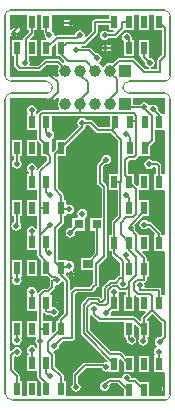
<source format=gtl>
G04 Layer_Physical_Order=1*
G04 Layer_Color=255*
%FSLAX43Y43*%
%MOMM*%
G71*
G01*
G75*
%ADD10R,0.550X1.050*%
%ADD11R,0.900X0.700*%
%ADD12R,0.800X0.800*%
%ADD13C,0.153*%
%ADD14C,0.160*%
%ADD15C,0.200*%
%ADD16C,0.100*%
%ADD17C,1.000*%
%ADD18R,1.000X1.000*%
%ADD19C,0.500*%
G36*
X8872Y23094D02*
X8539D01*
X8521Y23097D01*
X7960D01*
X7697Y23360D01*
X7695Y23364D01*
X7695Y23364D01*
X7394Y23665D01*
X7318Y23716D01*
X7228Y23734D01*
X7228Y23734D01*
X6853D01*
X6816Y23791D01*
X6682Y23880D01*
X6525Y23911D01*
X6368Y23880D01*
X6234Y23791D01*
X6145Y23657D01*
X6114Y23500D01*
X6145Y23343D01*
X6234Y23209D01*
X6238Y23169D01*
X5097Y22028D01*
X4322D01*
Y21253D01*
X4056Y20986D01*
X4055Y20986D01*
X3928Y21024D01*
Y22028D01*
X3928Y22028D01*
X3928D01*
X3959Y22147D01*
X4016Y22186D01*
X4105Y22319D01*
X4136Y22476D01*
X4105Y22633D01*
X4016Y22767D01*
X4002Y22776D01*
X3928Y22872D01*
Y24071D01*
X8872D01*
Y23094D01*
D02*
G37*
G36*
X13500Y24346D02*
X13478Y24228D01*
X13268D01*
X13266Y24240D01*
X13215Y24316D01*
X13215Y24316D01*
X12948Y24583D01*
X12961Y24650D01*
X12930Y24807D01*
X12841Y24941D01*
X12707Y25030D01*
X12550Y25061D01*
X12393Y25030D01*
X12284Y24957D01*
X12213Y24957D01*
X12136Y24985D01*
X12066Y25091D01*
X11932Y25180D01*
X11775Y25211D01*
X11618Y25180D01*
X11484Y25091D01*
X11447Y25034D01*
X10828D01*
Y25600D01*
X13500D01*
Y24346D01*
D02*
G37*
G36*
X4596Y25473D02*
X4525Y25379D01*
X4459Y25220D01*
X4436Y25050D01*
X4459Y24880D01*
X4525Y24721D01*
X4567Y24666D01*
X4504Y24539D01*
X3130D01*
X3130Y24539D01*
X3040Y24521D01*
X2965Y24470D01*
X2965Y24470D01*
X2806Y24311D01*
X2784Y24279D01*
X2684Y24231D01*
X2671Y24230D01*
X2604Y24355D01*
X2630Y24393D01*
X2661Y24550D01*
X2630Y24707D01*
X2541Y24841D01*
X2407Y24930D01*
X2250Y24961D01*
X2093Y24930D01*
X1959Y24841D01*
X1870Y24707D01*
X1839Y24550D01*
X1870Y24393D01*
X1896Y24355D01*
X1828Y24228D01*
X1822D01*
Y22872D01*
X2678Y22872D01*
X2734Y22768D01*
Y22132D01*
X2726Y22119D01*
X2623Y22028D01*
X1822D01*
Y20672D01*
X2678D01*
Y21916D01*
X2803Y21957D01*
X2818Y21947D01*
X3072Y21693D01*
Y20672D01*
X3472D01*
X3541Y20603D01*
Y20301D01*
X2818Y19578D01*
X2803Y19568D01*
X2752Y19491D01*
X2638Y19532D01*
X2661Y19647D01*
X2630Y19804D01*
X2541Y19937D01*
X2407Y20026D01*
X2250Y20058D01*
X2093Y20026D01*
X1960Y19937D01*
X1870Y19804D01*
X1839Y19647D01*
X1870Y19490D01*
X1960Y19356D01*
X2016Y19319D01*
Y19182D01*
X1822D01*
Y17826D01*
X2678Y17826D01*
X2734Y17722D01*
Y17086D01*
X2678Y16982D01*
X2606Y16982D01*
X1822D01*
Y15626D01*
X2678Y15626D01*
X2734Y15522D01*
Y14531D01*
X2606Y14493D01*
X2541Y14591D01*
X2407Y14680D01*
X2250Y14712D01*
X2093Y14680D01*
X1960Y14591D01*
X1870Y14458D01*
X1839Y14301D01*
X1864Y14175D01*
X1822Y14048D01*
X1822D01*
Y12691D01*
X2678Y12691D01*
X2734Y12587D01*
Y12269D01*
X2752Y12178D01*
X2803Y12101D01*
X2818Y12091D01*
X3072Y11837D01*
Y10491D01*
X3597D01*
X3811Y10278D01*
X3773Y10222D01*
X3755Y10132D01*
X3766Y10078D01*
Y9672D01*
X3553Y9459D01*
X3284D01*
X3195Y9441D01*
X3119Y9390D01*
X3119Y9390D01*
X2818Y9090D01*
X2803Y9080D01*
X2786Y9054D01*
X2711Y9049D01*
X2644Y9113D01*
X2661Y9200D01*
X2630Y9357D01*
X2541Y9491D01*
X2407Y9580D01*
X2250Y9611D01*
X2093Y9580D01*
X1959Y9491D01*
X1870Y9357D01*
X1839Y9200D01*
X1870Y9043D01*
X1882Y9025D01*
X1822Y8913D01*
X1822D01*
Y7557D01*
X2678Y7557D01*
X2734Y7453D01*
Y6817D01*
X2678Y6713D01*
X2606Y6713D01*
X1822D01*
Y5357D01*
X2572D01*
X2640Y5230D01*
X2591Y5157D01*
X2560Y5000D01*
X2591Y4843D01*
X2681Y4709D01*
X2734Y4674D01*
Y4489D01*
X2606Y4450D01*
X2541Y4549D01*
X2407Y4638D01*
X2250Y4669D01*
X2093Y4638D01*
X1960Y4549D01*
X1870Y4416D01*
X1839Y4258D01*
X1870Y4101D01*
X1960Y3968D01*
X1979Y3955D01*
X1940Y3828D01*
X1822D01*
Y2472D01*
X2678Y2472D01*
X2734Y2368D01*
Y2000D01*
X2752Y1909D01*
X2803Y1832D01*
X2818Y1822D01*
X3072Y1568D01*
Y400D01*
X2678D01*
Y1628D01*
X1822D01*
Y400D01*
X1428D01*
Y1628D01*
X1234D01*
Y2026D01*
X1216Y2115D01*
X1166Y2191D01*
X1166Y2191D01*
X730Y2627D01*
Y3643D01*
X837Y3717D01*
X848Y3720D01*
X1000Y3689D01*
X1157Y3721D01*
X1291Y3810D01*
X1380Y3943D01*
X1411Y4100D01*
X1380Y4257D01*
X1291Y4391D01*
X1157Y4480D01*
X1000Y4511D01*
X843Y4480D01*
X710Y4391D01*
X620Y4257D01*
X618Y4246D01*
X610Y4240D01*
X610Y4240D01*
X517Y4148D01*
X400Y4197D01*
Y25589D01*
X411Y25600D01*
X3528D01*
X3591Y25524D01*
Y25050D01*
X3609Y24960D01*
X3660Y24885D01*
X3735Y24834D01*
X3825Y24816D01*
X3915Y24834D01*
X3990Y24885D01*
X4041Y24960D01*
X4059Y25050D01*
Y25339D01*
X4087Y25358D01*
X4329Y25600D01*
X4541D01*
X4596Y25473D01*
D02*
G37*
G36*
X7362Y23036D02*
X7364Y23032D01*
X7702Y22694D01*
X7702Y22694D01*
X7778Y22644D01*
X7780Y22643D01*
X7784Y22640D01*
X7875Y22622D01*
X8521D01*
X8539Y22626D01*
X8942D01*
X9591Y21977D01*
Y19182D01*
X8822D01*
Y17826D01*
X9529D01*
Y15857D01*
X9521Y15812D01*
X9521Y15812D01*
Y15646D01*
X9085Y15210D01*
X9034Y15135D01*
X9016Y15045D01*
X9016Y15045D01*
Y14003D01*
X8822D01*
Y12647D01*
X9016D01*
Y12454D01*
X9016Y12454D01*
X9034Y12364D01*
X9085Y12288D01*
X9716Y11657D01*
Y10673D01*
X9700Y10550D01*
X9610Y10532D01*
X9535Y10481D01*
X9535Y10481D01*
X9248Y10195D01*
X8925D01*
X8925Y10195D01*
X8836Y10177D01*
X8760Y10126D01*
X8760Y10126D01*
X8274Y9641D01*
X8223Y9565D01*
X8206Y9475D01*
X8206Y9475D01*
Y8692D01*
X8112Y8605D01*
X8016Y8701D01*
X7940Y8752D01*
X7851Y8770D01*
X7851Y8770D01*
X7120D01*
X7120Y8770D01*
X7030Y8752D01*
X6954Y8701D01*
X6954Y8701D01*
X6485Y8232D01*
X6434Y8156D01*
X6416Y8066D01*
X6416Y8066D01*
Y5700D01*
X6416Y5700D01*
X6434Y5611D01*
X6485Y5535D01*
X8679Y3340D01*
X8617Y3223D01*
X8550Y3236D01*
X8393Y3205D01*
X8362Y3184D01*
X6750D01*
X6750Y3184D01*
X6660Y3166D01*
X6585Y3115D01*
X6585Y3115D01*
X5785Y2315D01*
X5734Y2240D01*
X5716Y2150D01*
X5716Y2150D01*
Y1420D01*
X5710Y1416D01*
X5621Y1282D01*
X5589Y1125D01*
X5621Y968D01*
X5710Y835D01*
X5843Y745D01*
X6000Y714D01*
X6158Y745D01*
X6291Y835D01*
X6380Y968D01*
X6411Y1125D01*
X6380Y1282D01*
X6291Y1416D01*
X6187Y1485D01*
X6184Y1489D01*
Y2053D01*
X6847Y2716D01*
X8161D01*
X8171Y2668D01*
X8260Y2535D01*
X8393Y2446D01*
X8550Y2414D01*
X8695Y2443D01*
X8822Y2422D01*
Y2422D01*
X9678D01*
Y3425D01*
X9795Y3474D01*
X10072Y3197D01*
Y2422D01*
X10928D01*
Y3778D01*
X10153D01*
X9854Y4077D01*
X9778Y4128D01*
X9689Y4145D01*
X9689Y4145D01*
X8968D01*
X7190Y5924D01*
Y7157D01*
X7211Y7172D01*
X7360Y7177D01*
X7825Y6712D01*
X7825Y6712D01*
X7901Y6661D01*
X7991Y6644D01*
X7991Y6644D01*
X8318D01*
X8352Y6637D01*
X8352Y6637D01*
X10072D01*
Y6260D01*
X10067Y6234D01*
X10072Y6208D01*
Y5357D01*
X10146D01*
X10242Y5230D01*
X10241Y5225D01*
X10259Y5135D01*
X10293Y5085D01*
X10321Y4943D01*
X10410Y4810D01*
X10543Y4721D01*
X10701Y4689D01*
X10858Y4721D01*
X10991Y4810D01*
X11080Y4943D01*
X11111Y5100D01*
X11080Y5257D01*
X10991Y5391D01*
X10928Y5433D01*
Y6360D01*
X11045Y6408D01*
X11322Y6132D01*
Y5357D01*
X11322Y5357D01*
X11322D01*
X11327Y5230D01*
X11295Y5182D01*
X11264Y5025D01*
X11295Y4868D01*
X11384Y4734D01*
X11518Y4645D01*
X11675Y4614D01*
X11832Y4645D01*
X11966Y4734D01*
X12055Y4868D01*
X12086Y5025D01*
X12055Y5182D01*
X12023Y5230D01*
X12091Y5357D01*
X12178D01*
Y6713D01*
X11984D01*
Y6857D01*
X12453Y7326D01*
X13155Y6624D01*
X13155Y6624D01*
X13231Y6573D01*
X13261Y6567D01*
X13270Y6558D01*
Y5476D01*
X13142Y5348D01*
X13075Y5361D01*
X12918Y5330D01*
X12784Y5241D01*
X12695Y5107D01*
X12664Y4950D01*
X12695Y4793D01*
X12784Y4659D01*
X12827Y4631D01*
X12832Y4588D01*
X12815Y4486D01*
X12709Y4416D01*
X12620Y4282D01*
X12589Y4125D01*
X12620Y3968D01*
X12662Y3905D01*
X12594Y3778D01*
X12572D01*
Y2422D01*
X13373D01*
X13428Y2422D01*
X13500Y2325D01*
Y400D01*
X12178D01*
Y1578D01*
X11403D01*
X11161Y1820D01*
X11085Y1871D01*
X10995Y1888D01*
X10995Y1888D01*
X10679D01*
X10655Y2007D01*
X10566Y2141D01*
X10433Y2230D01*
X10276Y2261D01*
X10118Y2230D01*
X9985Y2141D01*
X9896Y2007D01*
X9876Y1909D01*
X9860Y1893D01*
X9748Y1847D01*
X9744Y1847D01*
X9710Y1871D01*
X9620Y1888D01*
X9620Y1888D01*
X8880D01*
X8880Y1888D01*
X8790Y1871D01*
X8715Y1820D01*
X8715Y1820D01*
X8580Y1686D01*
X8574Y1676D01*
X8498Y1601D01*
X8432Y1614D01*
X8274Y1583D01*
X8141Y1494D01*
X8052Y1360D01*
X8021Y1203D01*
X8052Y1046D01*
X8141Y912D01*
X8274Y823D01*
X8432Y792D01*
X8589Y823D01*
X8722Y912D01*
X8811Y1046D01*
X8843Y1203D01*
X8829Y1270D01*
X8911Y1352D01*
X8911Y1352D01*
X8917Y1361D01*
X8977Y1421D01*
X9523D01*
X10072Y872D01*
Y400D01*
X5178D01*
Y1628D01*
X4984D01*
Y2026D01*
X4984Y2026D01*
X4966Y2115D01*
X4915Y2191D01*
X4915Y2191D01*
X4238Y2868D01*
Y3789D01*
X4238Y3789D01*
X4221Y3879D01*
X4207Y3899D01*
X4202Y3925D01*
X4151Y4001D01*
X4151Y4001D01*
X4078Y4074D01*
X4141Y4191D01*
X4150Y4189D01*
X4307Y4220D01*
X4441Y4309D01*
X4530Y4443D01*
X4561Y4600D01*
X4548Y4667D01*
X4927Y5046D01*
X5648D01*
X5648Y5046D01*
X5737Y5064D01*
X5749Y5072D01*
X5750Y5072D01*
X5827Y5123D01*
X5878Y5200D01*
X5896Y5291D01*
Y8985D01*
X6048Y9137D01*
X7275D01*
X7366Y9156D01*
X7443Y9207D01*
X7696Y9460D01*
X7723Y9478D01*
X7872Y9627D01*
X7923Y9704D01*
X7942Y9795D01*
Y11426D01*
X8572Y12057D01*
X8624Y12134D01*
X8642Y12225D01*
Y18046D01*
X8624Y18137D01*
X8572Y18214D01*
X8259Y18527D01*
Y19761D01*
X8478Y19980D01*
X8550Y19965D01*
X8708Y19996D01*
X8841Y20085D01*
X8930Y20219D01*
X8961Y20376D01*
X8930Y20533D01*
X8841Y20667D01*
X8708Y20756D01*
X8550Y20787D01*
X8393Y20756D01*
X8260Y20667D01*
X8171Y20533D01*
X8140Y20376D01*
X8152Y20315D01*
X7860Y20023D01*
X7809Y19947D01*
X7791Y19858D01*
X7791Y19858D01*
Y18443D01*
X7787Y18425D01*
X7806Y18334D01*
X7857Y18257D01*
X8167Y17947D01*
Y15453D01*
X7197D01*
Y14347D01*
X7570D01*
Y12456D01*
X7167Y12053D01*
X6397D01*
Y11047D01*
X7466D01*
Y9893D01*
X7406Y9832D01*
X7378Y9814D01*
X7177Y9613D01*
X5950D01*
X5859Y9594D01*
X5782Y9543D01*
X5613Y9374D01*
X5495Y9422D01*
Y10132D01*
X5477Y10223D01*
X5426Y10300D01*
X5411Y10311D01*
X5178Y10543D01*
Y10809D01*
X5286Y10886D01*
X5337Y10849D01*
X5317Y10750D01*
Y10725D01*
X5337Y10626D01*
X5393Y10543D01*
X5476Y10487D01*
X5575Y10467D01*
X5674Y10487D01*
X5757Y10543D01*
X5813Y10626D01*
X5833Y10725D01*
Y10750D01*
X5813Y10849D01*
X5757Y10932D01*
X5736Y10947D01*
X5720Y11073D01*
X5725Y11098D01*
X5807Y11221D01*
X5838Y11378D01*
X5807Y11535D01*
X5718Y11669D01*
X5585Y11758D01*
X5427Y11789D01*
X5305Y11765D01*
X5178Y11837D01*
Y11847D01*
X4455D01*
Y12057D01*
X4459Y12075D01*
Y13650D01*
X4455Y13668D01*
Y14307D01*
X4459Y14325D01*
Y14465D01*
X4476Y14482D01*
X4486Y14497D01*
X4915Y14926D01*
X4915Y14926D01*
X4966Y15002D01*
X4984Y15092D01*
X4984Y15092D01*
Y15626D01*
X5178D01*
Y15707D01*
X5305Y15779D01*
X5427Y15755D01*
X5585Y15786D01*
X5718Y15875D01*
X5807Y16008D01*
X5838Y16166D01*
X5807Y16323D01*
X5718Y16456D01*
X5585Y16545D01*
X5427Y16577D01*
X5305Y16552D01*
X5178Y16625D01*
Y16982D01*
X4984D01*
Y17321D01*
X4984Y17321D01*
X4966Y17411D01*
X4915Y17487D01*
X4915Y17487D01*
X4459Y17943D01*
Y20450D01*
X4455Y20468D01*
Y20672D01*
X5178D01*
Y21447D01*
X6690Y22960D01*
X6690Y22960D01*
X6741Y23035D01*
X6759Y23125D01*
X6759Y23125D01*
Y23172D01*
X6816Y23209D01*
X6853Y23266D01*
X7131D01*
X7362Y23036D01*
D02*
G37*
G36*
X10196Y9162D02*
X10266Y9105D01*
Y8913D01*
X10072D01*
Y7557D01*
X10928D01*
Y8829D01*
X11055Y8881D01*
X11108Y8828D01*
X11108Y8828D01*
X11184Y8778D01*
X11273Y8760D01*
X11322Y8651D01*
Y7557D01*
X11856D01*
X11904Y7439D01*
X11584Y7119D01*
X11534Y7044D01*
X11516Y6954D01*
X11516Y6954D01*
Y6746D01*
X11389Y6727D01*
X11079Y7036D01*
X11003Y7087D01*
X10914Y7105D01*
X10914Y7105D01*
X9012D01*
X8938Y7232D01*
X8961Y7350D01*
X8944Y7438D01*
X9063Y7557D01*
X9678D01*
Y8913D01*
X9678Y8913D01*
X9634Y9040D01*
X9651Y9124D01*
X9708Y9162D01*
X9708Y9162D01*
X10196D01*
X10196Y9162D01*
D02*
G37*
G36*
X5020Y10039D02*
Y8471D01*
X4979Y8443D01*
X4893Y8422D01*
X4816Y8500D01*
X4740Y8551D01*
X4650Y8569D01*
X4561Y8551D01*
X4485Y8500D01*
X4434Y8424D01*
X4416Y8335D01*
X4434Y8245D01*
X4485Y8169D01*
X4584Y8069D01*
X4660Y8019D01*
X4750Y8001D01*
X4839Y8019D01*
X4893Y8055D01*
X4974Y8030D01*
X5020Y7998D01*
Y7424D01*
X4582Y6985D01*
X4530Y6908D01*
X4512Y6817D01*
Y6713D01*
X4322D01*
Y5983D01*
X4045Y5706D01*
X3928Y5755D01*
Y6713D01*
X3209D01*
Y7369D01*
X3331Y7408D01*
X3336Y7408D01*
X3436Y7308D01*
X3436Y7308D01*
X3512Y7258D01*
X3601Y7240D01*
X3601Y7240D01*
X3780D01*
X3818Y7183D01*
X3951Y7094D01*
X4108Y7063D01*
X4265Y7094D01*
X4399Y7183D01*
X4488Y7317D01*
X4519Y7474D01*
X4488Y7631D01*
X4399Y7764D01*
X4265Y7853D01*
X4108Y7885D01*
X4055Y7874D01*
X3928Y7978D01*
Y8913D01*
X3825D01*
X3786Y9040D01*
X3815Y9060D01*
X4165Y9410D01*
X4165Y9410D01*
X4216Y9485D01*
X4234Y9575D01*
X4234Y9575D01*
Y9699D01*
X4332Y9779D01*
X4391Y9767D01*
X4548Y9799D01*
X4682Y9888D01*
X4771Y10021D01*
X4785Y10095D01*
X4923Y10136D01*
X5020Y10039D01*
D02*
G37*
G36*
X13478Y22872D02*
X13500Y22754D01*
Y19279D01*
X13428Y19182D01*
X13373Y19182D01*
X13234D01*
Y19802D01*
X13234Y19802D01*
X13216Y19891D01*
X13165Y19967D01*
X13165Y19967D01*
X12981Y20151D01*
X12905Y20202D01*
X12816Y20220D01*
X12816Y20220D01*
X12528D01*
X12491Y20276D01*
X12357Y20366D01*
X12200Y20397D01*
X12043Y20366D01*
X11909Y20276D01*
X11820Y20143D01*
X11789Y19986D01*
X11820Y19829D01*
X11909Y19695D01*
X12043Y19606D01*
X12200Y19575D01*
X12357Y19606D01*
X12491Y19695D01*
X12528Y19752D01*
X12719D01*
X12766Y19705D01*
Y19182D01*
X12572D01*
Y17826D01*
X13373D01*
X13428Y17826D01*
X13500Y17729D01*
Y14100D01*
X13431Y14007D01*
X13308Y14006D01*
X13234Y14100D01*
X13216Y14190D01*
X13165Y14265D01*
X13165Y14265D01*
X12390Y15040D01*
X12315Y15091D01*
X12225Y15109D01*
X12225Y15109D01*
X12092D01*
X12055Y15166D01*
X11921Y15255D01*
X11764Y15286D01*
X11607Y15255D01*
X11474Y15166D01*
X11385Y15032D01*
X11353Y14875D01*
X11385Y14718D01*
X11474Y14584D01*
X11607Y14495D01*
X11764Y14464D01*
X11921Y14495D01*
X12055Y14584D01*
X12198Y14571D01*
X12649Y14120D01*
X12600Y14003D01*
X12572D01*
Y12647D01*
X13373D01*
X13428Y12647D01*
X13500Y12550D01*
Y9010D01*
X13428Y8913D01*
X13234D01*
Y9300D01*
X13216Y9389D01*
X13165Y9465D01*
X13089Y9516D01*
X13000Y9534D01*
X11898D01*
X11798Y9661D01*
X11811Y9725D01*
X11784Y9860D01*
X11780Y9882D01*
X11851Y10004D01*
X11903Y10039D01*
X11916Y10051D01*
X11916Y10051D01*
X11966Y10127D01*
X11984Y10217D01*
X11984Y10217D01*
Y10447D01*
X12178D01*
Y11803D01*
X11984D01*
Y12066D01*
X11984Y12066D01*
X11966Y12156D01*
X11916Y12232D01*
X11916Y12232D01*
X11617Y12530D01*
X11666Y12647D01*
X12178D01*
Y14003D01*
X11340D01*
X11328Y14062D01*
X11277Y14138D01*
X11277Y14138D01*
X11002Y14413D01*
X11005Y14418D01*
X11036Y14575D01*
X11005Y14732D01*
X10929Y14845D01*
X11710Y15626D01*
X12178D01*
Y16982D01*
X11322D01*
X11316Y17107D01*
Y17701D01*
X11322Y17825D01*
X11443Y17826D01*
X12178D01*
Y19182D01*
X11322D01*
Y18193D01*
X11195Y18140D01*
X10928Y18407D01*
Y19182D01*
X10399D01*
X10372Y19208D01*
Y20203D01*
X10531Y20361D01*
X10920D01*
X10920Y20361D01*
X11009Y20379D01*
X11085Y20430D01*
X11220Y20564D01*
X11220Y20564D01*
X11260Y20625D01*
X11372Y20672D01*
X11372Y20672D01*
X11372Y20672D01*
X12228D01*
Y21447D01*
X12641Y21860D01*
X12641Y21860D01*
X12692Y21936D01*
X12710Y22026D01*
Y22872D01*
X13478D01*
D02*
G37*
G36*
X1822Y31322D02*
X2016D01*
Y31156D01*
X1580Y30720D01*
X1529Y30644D01*
X1515Y30569D01*
X1455Y30506D01*
X1422Y30478D01*
X572D01*
Y29122D01*
X763D01*
Y28650D01*
X766Y28632D01*
Y28375D01*
X766Y28375D01*
X784Y28285D01*
X835Y28210D01*
X1114Y27930D01*
X1114Y27930D01*
X1190Y27879D01*
X1280Y27861D01*
X1280Y27862D01*
X2870D01*
X2871Y27861D01*
X2960Y27879D01*
X3036Y27930D01*
X3522Y28416D01*
X3557D01*
X3575Y28412D01*
X4407D01*
X4553Y28266D01*
X4525Y28229D01*
X4459Y28070D01*
X4436Y27900D01*
X4459Y27730D01*
X4525Y27571D01*
X4558Y27527D01*
X4496Y27400D01*
X4312D01*
X4070Y27642D01*
X4059Y27649D01*
Y27900D01*
X4041Y27990D01*
X3990Y28065D01*
X3915Y28116D01*
X3825Y28134D01*
X3735Y28116D01*
X3660Y28065D01*
X3609Y27990D01*
X3591Y27900D01*
Y27476D01*
X3528Y27400D01*
X411D01*
X400Y27411D01*
Y30862D01*
X427Y30881D01*
X527Y30910D01*
X568Y30869D01*
X651Y30813D01*
X750Y30794D01*
X849Y30813D01*
X932Y30869D01*
X988Y30953D01*
X1008Y31052D01*
X996Y31113D01*
X1183Y31300D01*
X1183Y31300D01*
X1238Y31384D01*
X1258Y31482D01*
Y32000D01*
X1238Y32099D01*
X1183Y32182D01*
X1099Y32238D01*
X1000Y32258D01*
X901Y32238D01*
X818Y32182D01*
X762Y32099D01*
X742Y32000D01*
Y31589D01*
X527Y31374D01*
X427Y31403D01*
X400Y31422D01*
Y32600D01*
X1822D01*
Y31322D01*
D02*
G37*
G36*
X8822Y32238D02*
X7600D01*
X7509Y32219D01*
X7432Y32168D01*
X7381Y32091D01*
X7362Y32000D01*
Y31293D01*
X6846Y30777D01*
X6729Y30839D01*
X6741Y30900D01*
X6710Y31057D01*
X6621Y31191D01*
X6487Y31280D01*
X6330Y31311D01*
X6173Y31280D01*
X6039Y31191D01*
X5950Y31057D01*
X5919Y30900D01*
X5916Y30896D01*
X4363D01*
X4284Y30881D01*
X4261Y30885D01*
X4175Y30926D01*
X4151Y30950D01*
X4130Y31057D01*
X4041Y31191D01*
X3993Y31222D01*
X3928Y31322D01*
Y32600D01*
X8822D01*
Y32238D01*
D02*
G37*
G36*
X3072Y31322D02*
X3266D01*
Y31150D01*
X3266Y31150D01*
X3284Y31060D01*
X3335Y30985D01*
X3352Y30967D01*
X3339Y30900D01*
X3370Y30743D01*
X3459Y30609D01*
X3466Y30605D01*
X3428Y30478D01*
X3072D01*
Y29122D01*
X3928D01*
Y29897D01*
X4205Y30174D01*
X4322Y30125D01*
Y29122D01*
X4622D01*
X5007Y28737D01*
X4966Y28599D01*
X4896Y28585D01*
X4678Y28803D01*
X4668Y28818D01*
X4591Y28869D01*
X4500Y28888D01*
X3575D01*
X3557Y28884D01*
X3425D01*
X3425Y28884D01*
X3335Y28866D01*
X3260Y28815D01*
X3260Y28815D01*
X2774Y28330D01*
X2137D01*
X2062Y28456D01*
X2086Y28575D01*
X2055Y28732D01*
X1980Y28845D01*
Y29122D01*
X2678D01*
Y30478D01*
X2166D01*
X2117Y30595D01*
X2416Y30893D01*
X2416Y30893D01*
X2466Y30969D01*
X2484Y31059D01*
Y31322D01*
X2678D01*
Y32600D01*
X3072D01*
Y31322D01*
D02*
G37*
G36*
X12572D02*
X13270D01*
Y29277D01*
X12910Y28916D01*
X12859Y28840D01*
X12841Y28750D01*
X12841Y28750D01*
Y28063D01*
X12334D01*
X12321Y28190D01*
X12398Y28205D01*
X12531Y28294D01*
X12620Y28427D01*
X12651Y28584D01*
X12620Y28742D01*
X12531Y28875D01*
X12398Y28964D01*
X12261Y28991D01*
X12208Y29052D01*
X12174Y29111D01*
X12178Y29122D01*
X12178D01*
Y30478D01*
X11322D01*
Y29122D01*
X11406D01*
X11516Y29075D01*
X11534Y28986D01*
X11584Y28910D01*
X11843Y28651D01*
X11830Y28584D01*
X11861Y28427D01*
X11950Y28294D01*
X12083Y28205D01*
X12160Y28190D01*
X12148Y28063D01*
X11818D01*
X10990Y28890D01*
X10915Y28941D01*
X10825Y28959D01*
X10825Y28959D01*
X9675D01*
X9675Y28959D01*
X9586Y28941D01*
X9510Y28890D01*
X9510Y28890D01*
X9132Y28513D01*
X9075Y28536D01*
X8905Y28559D01*
X8735Y28536D01*
X8576Y28470D01*
X8439Y28366D01*
X8340Y28236D01*
X8272Y28227D01*
X8268D01*
X8200Y28236D01*
X8101Y28366D01*
X7964Y28470D01*
X7959Y28472D01*
X7949Y28521D01*
X7956Y28611D01*
X8066Y28684D01*
X8155Y28818D01*
X8186Y28975D01*
X8155Y29132D01*
X8066Y29266D01*
X7932Y29355D01*
X7775Y29386D01*
X7708Y29373D01*
X7290Y29790D01*
X7215Y29841D01*
X7125Y29859D01*
X7125Y29859D01*
X6457D01*
X6435Y29889D01*
X6499Y30016D01*
X6650D01*
X6650Y30016D01*
X6739Y30034D01*
X6815Y30084D01*
X7753Y31022D01*
X7768Y31032D01*
X7819Y31109D01*
X7838Y31200D01*
Y31762D01*
X8822D01*
Y31322D01*
X9133D01*
X9194Y31195D01*
X9149Y31138D01*
X8751D01*
X8716Y31191D01*
X8582Y31280D01*
X8425Y31311D01*
X8268Y31280D01*
X8134Y31191D01*
X8045Y31057D01*
X8014Y30900D01*
X8045Y30743D01*
X8134Y30609D01*
X8268Y30520D01*
X8425Y30489D01*
X8582Y30520D01*
X8716Y30609D01*
X8751Y30662D01*
X9280D01*
X9370Y30681D01*
X9448Y30732D01*
X9972Y31257D01*
X10072Y31322D01*
X10928D01*
Y32600D01*
X11322D01*
Y31322D01*
X12178D01*
Y32600D01*
X12572D01*
Y31322D01*
D02*
G37*
%LPC*%
G36*
X1428Y11847D02*
X572D01*
Y10491D01*
X591D01*
X659Y10364D01*
X620Y10307D01*
X589Y10150D01*
X620Y9993D01*
X709Y9859D01*
X843Y9770D01*
X1000Y9739D01*
X1157Y9770D01*
X1291Y9859D01*
X1380Y9993D01*
X1411Y10150D01*
X1380Y10307D01*
X1341Y10364D01*
X1409Y10491D01*
X1428D01*
Y11847D01*
D02*
G37*
G36*
Y6713D02*
X572D01*
Y5357D01*
X572D01*
X607Y5292D01*
X595Y5230D01*
X564Y5075D01*
X595Y4918D01*
X684Y4784D01*
X818Y4695D01*
X975Y4664D01*
X1132Y4695D01*
X1266Y4784D01*
X1355Y4918D01*
X1386Y5075D01*
X1355Y5230D01*
X1351Y5253D01*
X1423Y5357D01*
X1428D01*
Y6713D01*
D02*
G37*
G36*
Y22028D02*
X572D01*
Y20672D01*
X766D01*
Y20361D01*
X689Y20309D01*
X600Y20176D01*
X568Y20018D01*
X600Y19861D01*
X689Y19728D01*
X822Y19639D01*
X979Y19608D01*
X1137Y19639D01*
X1270Y19728D01*
X1359Y19861D01*
X1390Y20018D01*
X1359Y20176D01*
X1270Y20309D01*
X1234Y20333D01*
Y20672D01*
X1428D01*
Y22028D01*
D02*
G37*
G36*
X2678Y11847D02*
X1822D01*
Y10491D01*
X2678D01*
Y11847D01*
D02*
G37*
G36*
X1428Y16982D02*
X572D01*
Y15626D01*
X766D01*
Y15137D01*
X659Y15066D01*
X570Y14932D01*
X539Y14775D01*
X570Y14618D01*
X659Y14484D01*
X793Y14395D01*
X950Y14364D01*
X1107Y14395D01*
X1241Y14484D01*
X1330Y14618D01*
X1361Y14775D01*
X1330Y14932D01*
X1241Y15066D01*
X1234Y15070D01*
Y15626D01*
X1428D01*
Y16982D01*
D02*
G37*
G36*
X13086Y1244D02*
X12988Y1225D01*
X12904Y1169D01*
X12817Y1082D01*
X12762Y999D01*
X12742Y900D01*
X12762Y801D01*
X12817Y718D01*
X12901Y662D01*
X13000Y642D01*
X13099Y662D01*
X13182Y718D01*
X13269Y804D01*
X13325Y888D01*
X13344Y986D01*
X13325Y1085D01*
X13269Y1169D01*
X13185Y1225D01*
X13086Y1244D01*
D02*
G37*
G36*
X12178Y3778D02*
X11322D01*
Y2422D01*
X12178D01*
Y3778D01*
D02*
G37*
G36*
X6525Y16187D02*
X6368Y16156D01*
X6234Y16067D01*
X6145Y15933D01*
X6114Y15776D01*
X6145Y15619D01*
X6171Y15580D01*
X6103Y15453D01*
X5697D01*
Y14678D01*
X5592Y14573D01*
X5525Y14586D01*
X5368Y14555D01*
X5234Y14466D01*
X5145Y14332D01*
X5114Y14175D01*
X5145Y14018D01*
X5234Y13884D01*
X5368Y13795D01*
X5525Y13764D01*
X5682Y13795D01*
X5815Y13884D01*
X5905Y14018D01*
X5936Y14175D01*
X5923Y14242D01*
X6028Y14347D01*
X6803D01*
Y15453D01*
X6862Y15555D01*
X6905Y15619D01*
X6936Y15776D01*
X6905Y15933D01*
X6816Y16067D01*
X6682Y16156D01*
X6525Y16187D01*
D02*
G37*
G36*
X4750Y32258D02*
X4651Y32238D01*
X4568Y32182D01*
X4512Y32099D01*
X4492Y32000D01*
X4512Y31901D01*
X4568Y31818D01*
X4618Y31768D01*
X4618Y31768D01*
X4701Y31712D01*
X4800Y31692D01*
X4800Y31692D01*
X5550D01*
X5649Y31712D01*
X5732Y31768D01*
X5788Y31851D01*
X5808Y31950D01*
X5788Y32049D01*
X5732Y32132D01*
X5649Y32188D01*
X5550Y32208D01*
X4894D01*
X4849Y32238D01*
X4750Y32258D01*
D02*
G37*
G36*
X8425Y30058D02*
X8326Y30038D01*
X8243Y29982D01*
X8187Y29899D01*
X8167Y29800D01*
X8187Y29701D01*
X8243Y29618D01*
X8243Y29617D01*
X8326Y29562D01*
X8425Y29542D01*
X8425Y29542D01*
X9250D01*
X9349Y29562D01*
X9432Y29617D01*
X9488Y29701D01*
X9508Y29800D01*
X9488Y29899D01*
X9432Y29982D01*
X9349Y30038D01*
X9250Y30058D01*
X8426D01*
X8425Y30058D01*
D02*
G37*
G36*
X10276Y31162D02*
X10118Y31131D01*
X9985Y31042D01*
X9896Y30909D01*
X9865Y30751D01*
X9896Y30594D01*
X9985Y30461D01*
X10072Y30403D01*
Y29122D01*
X10928D01*
Y30478D01*
X10734D01*
Y30625D01*
X10734Y30625D01*
X10716Y30715D01*
X10684Y30762D01*
X10655Y30909D01*
X10566Y31042D01*
X10433Y31131D01*
X10276Y31162D01*
D02*
G37*
%LPD*%
D10*
X13000Y6035D02*
D03*
X11750D02*
D03*
X9250D02*
D03*
X10500D02*
D03*
X9250Y8235D02*
D03*
X13000D02*
D03*
X11750D02*
D03*
X10500D02*
D03*
X13000Y900D02*
D03*
X11750D02*
D03*
X9250D02*
D03*
X10500D02*
D03*
X9250Y3100D02*
D03*
X13000D02*
D03*
X11750D02*
D03*
X10500D02*
D03*
X3500Y16304D02*
D03*
X2250D02*
D03*
X1000D02*
D03*
X4750D02*
D03*
X3500Y18504D02*
D03*
X4750D02*
D03*
X2250D02*
D03*
X1000D02*
D03*
X3500Y11169D02*
D03*
X2250D02*
D03*
X1000D02*
D03*
X4750D02*
D03*
X3500Y13370D02*
D03*
X4750D02*
D03*
X2250D02*
D03*
X1000D02*
D03*
X3500Y21350D02*
D03*
X2250D02*
D03*
X1000D02*
D03*
X4750D02*
D03*
X3500Y23550D02*
D03*
X4750D02*
D03*
X2250D02*
D03*
X1000D02*
D03*
X3500Y29800D02*
D03*
X2250D02*
D03*
X1000D02*
D03*
X4750D02*
D03*
X3500Y32000D02*
D03*
X4750D02*
D03*
X2250D02*
D03*
X1000D02*
D03*
X13000Y16304D02*
D03*
X11750D02*
D03*
X9250D02*
D03*
X10500D02*
D03*
X9250Y18504D02*
D03*
X13000D02*
D03*
X11750D02*
D03*
X10500D02*
D03*
X1000Y3150D02*
D03*
X2250D02*
D03*
X4750D02*
D03*
X3500D02*
D03*
X4750Y950D02*
D03*
X1000D02*
D03*
X2250D02*
D03*
X3500D02*
D03*
X1000Y8235D02*
D03*
X2250D02*
D03*
X4750D02*
D03*
X3500D02*
D03*
X4750Y6035D02*
D03*
X1000D02*
D03*
X2250D02*
D03*
X3500D02*
D03*
X13000Y29800D02*
D03*
X11750D02*
D03*
X9250D02*
D03*
X10500D02*
D03*
X9250Y32000D02*
D03*
X13000D02*
D03*
X11750D02*
D03*
X10500D02*
D03*
X13000Y11125D02*
D03*
X11750D02*
D03*
X9250D02*
D03*
X10500D02*
D03*
X9250Y13325D02*
D03*
X13000D02*
D03*
X11750D02*
D03*
X10500D02*
D03*
X13050Y21350D02*
D03*
X11800D02*
D03*
X9300D02*
D03*
X10550D02*
D03*
X9300Y23550D02*
D03*
X13050D02*
D03*
X11800D02*
D03*
X10550D02*
D03*
D11*
X7000Y11550D02*
D03*
Y10250D02*
D03*
D12*
X6250Y14900D02*
D03*
X7750D02*
D03*
D13*
X6365Y27476D02*
X6404D01*
X6365Y27516D02*
Y27900D01*
Y27476D02*
Y27516D01*
X6404Y27476D02*
X6977Y26904D01*
X6365Y27516D02*
X6404Y27476D01*
X6977Y26096D02*
Y26904D01*
X3904Y27476D02*
X4477Y26904D01*
X3825Y27476D02*
X3904D01*
X4477Y26079D02*
Y26904D01*
X3921Y25524D02*
X4477Y26079D01*
X3825Y25524D02*
X3921D01*
X3775Y20204D02*
Y20700D01*
X2971Y19400D02*
X3775Y20204D01*
X4221Y20821D02*
X4750Y21350D01*
X4221Y20450D02*
Y20821D01*
X3500Y20975D02*
X3775Y20700D01*
X3500Y20975D02*
Y21350D01*
X3825Y27476D02*
Y27900D01*
X4650Y8335D02*
X4750Y8235D01*
X4035Y10178D02*
X4391D01*
X3989Y10132D02*
X4035Y10178D01*
X3989Y10132D02*
X4000Y10122D01*
Y9575D02*
Y10122D01*
X4391Y10178D02*
Y10266D01*
X4750Y10640D02*
X5258Y10132D01*
X4750Y10640D02*
Y11169D01*
X4237Y10419D02*
X4391Y10266D01*
X4000Y10419D02*
X4237D01*
X8525Y7350D02*
X9250Y8075D01*
X3601Y7474D02*
X4108D01*
X3500Y7575D02*
X3601Y7474D01*
X3500Y7575D02*
Y8235D01*
X10500Y16304D02*
Y17150D01*
X10301Y16503D02*
X10500Y16304D01*
X3500Y2300D02*
Y3150D01*
X10550Y21350D02*
Y22275D01*
X7125Y29625D02*
X7775Y28975D01*
X6025Y29625D02*
X7125D01*
X6650Y30250D02*
X7600Y31200D01*
X5200Y30250D02*
X6650D01*
X4750Y29800D02*
X5200Y30250D01*
X5350Y28725D02*
X6810D01*
X4750Y29325D02*
X5350Y28725D01*
X6810D02*
X7635Y27900D01*
X4750Y29325D02*
Y29800D01*
X8905Y27955D02*
X9675Y28725D01*
X10825D02*
X11725Y27825D01*
X9675Y28725D02*
X10825D01*
X8905Y27900D02*
Y27955D01*
X2971Y23650D02*
Y24146D01*
X3130Y24305D01*
X8905Y27745D02*
X9476Y27174D01*
X8905Y27745D02*
Y27900D01*
X9476Y26096D02*
Y27174D01*
X8905Y25524D02*
X9476Y26096D01*
X8905Y25050D02*
Y25524D01*
X6365Y25050D02*
Y25524D01*
X6404D02*
X6977Y26096D01*
X6365Y25524D02*
X6404D01*
X10175Y25050D02*
X10479Y25354D01*
X3825Y25050D02*
Y25524D01*
X4830Y5280D02*
X5648D01*
X5659Y5291D01*
X1000Y14825D02*
Y16304D01*
X950Y14775D02*
X1000Y14825D01*
X3500Y17650D02*
Y18504D01*
Y17650D02*
X3775Y17375D01*
X6365Y24425D02*
X6485Y24305D01*
X11750Y29075D02*
X12241Y28584D01*
X11750Y29075D02*
Y29800D01*
X1000Y28375D02*
Y28650D01*
Y28375D02*
X1280Y28096D01*
X2871D01*
X6092Y30662D02*
X6330Y30900D01*
X3500Y31150D02*
Y32000D01*
X4363Y30662D02*
X6092D01*
X3500Y29800D02*
X4363Y30662D01*
X2250Y31059D02*
Y32000D01*
X1746Y30554D02*
X2250Y31059D01*
X1746Y28646D02*
Y30554D01*
X1675Y28575D02*
X1746Y28646D01*
X2871Y28096D02*
X3425Y28650D01*
X3575D01*
X4500D02*
X5095Y28055D01*
Y27900D02*
Y28055D01*
X3500Y31150D02*
X3750Y30900D01*
X11800Y21350D02*
X12476Y22026D01*
X10250Y17400D02*
X10500Y17150D01*
X11079Y10579D02*
Y10625D01*
X13000Y8235D02*
Y9300D01*
X11400D02*
X13000D01*
X10500Y10000D02*
X11079Y10579D01*
X11400Y9300D02*
Y9725D01*
X12295Y8994D02*
X12471Y8818D01*
X11202Y10205D02*
X11738D01*
X11750Y10217D01*
Y11125D01*
X9250Y13370D02*
Y15045D01*
X9250Y12454D02*
Y13325D01*
X9775Y14050D02*
X10500Y13325D01*
X9250Y15045D02*
X9755Y15549D01*
Y15812D01*
X9767Y15825D01*
X9775Y14050D02*
Y15050D01*
X10225Y15500D01*
X10821D01*
X11079Y15758D01*
Y16225D01*
X10625Y14575D02*
Y14872D01*
X11750Y15997D01*
Y16304D01*
X4750D02*
X4889Y16164D01*
X8025Y18425D02*
Y19858D01*
X3500Y22675D02*
Y23550D01*
X775Y4075D02*
X975D01*
X496Y2530D02*
Y3796D01*
X975Y4075D02*
X1000Y4100D01*
X496Y3796D02*
X775Y4075D01*
X496Y2530D02*
X1000Y2026D01*
Y950D02*
Y2026D01*
X13000Y3100D02*
X13101Y2999D01*
X11750Y6035D02*
Y6954D01*
X12471Y7675D01*
X9250Y8075D02*
Y8235D01*
X8025Y19858D02*
X8547Y20380D01*
X10500Y12728D02*
Y13325D01*
X10500Y11169D02*
Y11817D01*
X10275Y12042D02*
Y12275D01*
Y12042D02*
X10500Y11817D01*
X13000Y13325D02*
Y14100D01*
X12225Y14875D02*
X13000Y14100D01*
X3130Y24305D02*
X6485D01*
X7867Y22860D02*
X7875D01*
X4150Y4600D02*
X4830Y5280D01*
X2971Y4900D02*
Y5000D01*
Y8912D02*
X3284Y9225D01*
X3650D01*
X4000Y9575D01*
X3500Y10919D02*
Y11169D01*
X12816Y19986D02*
X13000Y19802D01*
X12200Y19986D02*
X12816D01*
X13000Y18504D02*
Y19802D01*
X10500Y18504D02*
Y18750D01*
X10138Y19112D02*
X10500Y18750D01*
X10138Y19112D02*
Y20300D01*
X10434Y20595D01*
X10920D01*
X11054Y20730D01*
Y20775D01*
X11079Y20800D01*
X8547Y20380D02*
X8550Y20376D01*
X11750Y775D02*
Y900D01*
X6650Y5700D02*
X9250Y3100D01*
X8872Y3911D02*
X9689D01*
X10500Y3100D01*
X8497Y2825D02*
X8550D01*
X8373Y2950D02*
X8497Y2825D01*
X10375Y900D02*
X10500D01*
X8746Y1520D02*
X8880Y1654D01*
X9620D01*
X13000Y3100D02*
Y4100D01*
X13000Y4125D02*
X13025D01*
X10995Y1654D02*
X11750Y900D01*
X9620Y1654D02*
X10375Y900D01*
X8746Y1517D02*
Y1520D01*
X8432Y1203D02*
X8746Y1517D01*
X10276Y1850D02*
X10471Y1654D01*
X10995D01*
X10175Y25050D02*
X10425Y24800D01*
X11079Y23639D02*
Y24096D01*
X6485Y24305D02*
X10870D01*
X11079Y24096D01*
X10425Y24800D02*
X11775D01*
X13050Y23550D02*
Y24150D01*
X3500Y10919D02*
X4000Y10419D01*
X3500Y12644D02*
X3702Y12442D01*
X3500Y12644D02*
Y13370D01*
Y22675D02*
X3699Y22476D01*
X3725D01*
X2250Y18504D02*
Y19647D01*
X979Y20018D02*
X1000Y20039D01*
Y21350D01*
X1000Y21350D01*
X3500Y2300D02*
X3775Y2025D01*
X10625Y14459D02*
Y14575D01*
Y14459D02*
X11112Y13972D01*
X11764Y14875D02*
X12225D01*
X12471Y7639D02*
Y7675D01*
Y7639D02*
X13321Y6789D01*
X13370D01*
X13504Y6655D01*
Y5379D02*
Y6655D01*
X5950Y2150D02*
X6750Y2950D01*
X8373D01*
X5950Y1401D02*
Y2150D01*
X6525Y23125D02*
Y23500D01*
X4750Y21350D02*
X6525Y23125D01*
X3625Y4196D02*
Y4955D01*
X4705Y6035D01*
X4750D01*
X11750Y5050D02*
Y6035D01*
X11700Y5000D02*
X11750Y5050D01*
X7525Y7343D02*
Y7750D01*
X6956Y7859D02*
X7327Y8230D01*
X7724D01*
X7925Y8029D01*
X10914Y6871D02*
X11750Y6035D01*
X13075Y4950D02*
X13504Y5379D01*
X11675Y5025D02*
X11700Y5000D01*
X10500Y5250D02*
Y6035D01*
X10301Y6234D02*
X10500Y6035D01*
X10475Y5225D02*
X10600Y5100D01*
X10475Y5225D02*
X10500Y5250D01*
X10600Y5100D02*
X10701D01*
X10921Y9924D02*
X11202Y10205D01*
X11273Y8994D02*
X12295D01*
X10921Y9347D02*
Y9924D01*
Y9347D02*
X11273Y8994D01*
X7525Y7343D02*
X7991Y6878D01*
X6650Y8066D02*
X7120Y8536D01*
X7991Y6878D02*
X8345D01*
X8352Y6871D01*
X10914D01*
X8525Y7350D02*
X8550D01*
X7120Y8536D02*
X7851D01*
X8051Y8335D01*
X8185D01*
X7925Y8029D02*
X8503D01*
X8185Y8335D02*
X8440Y8590D01*
X8503Y8029D02*
X8746Y8272D01*
X8925Y9961D02*
X9345D01*
X8440Y9475D02*
X8925Y9961D01*
X8746Y9349D02*
X9052Y9655D01*
X8746Y8272D02*
Y9349D01*
X8440Y8590D02*
Y9475D01*
X9250Y8235D02*
X9250Y8235D01*
Y9175D01*
X9052Y9655D02*
X9449D01*
X5349Y11300D02*
X5427Y11378D01*
X4881Y11300D02*
X5349D01*
X4750Y11169D02*
X4881Y11300D01*
X5950Y1401D02*
X6000Y1351D01*
Y1125D02*
Y1351D01*
X13000Y4100D02*
X13025Y4125D01*
X7530Y23197D02*
Y23199D01*
Y23197D02*
X7867Y22860D01*
X7228Y23500D02*
X7530Y23199D01*
X6525Y23500D02*
X7228D01*
X10275Y22550D02*
X10550Y22275D01*
X4889Y16164D02*
X4891Y16166D01*
X5427D01*
X10500Y29800D02*
Y30625D01*
X10373Y30751D02*
X10500Y30625D01*
X10276Y30751D02*
X10373D01*
X13075Y27825D02*
Y28750D01*
X13504Y29180D01*
X13000Y32000D02*
X13504Y31496D01*
Y29180D02*
Y31496D01*
X9300Y23146D02*
Y23550D01*
X9029Y22875D02*
X9300Y23146D01*
X9014Y22860D02*
X9029Y22875D01*
X8521Y22860D02*
X9014D01*
X12476Y22026D02*
Y24046D01*
X11775Y24747D02*
X12476Y24046D01*
X11775Y24747D02*
Y24800D01*
X12550Y24650D02*
X13050Y24150D01*
X10500Y18504D02*
X11079Y17925D01*
Y17825D02*
Y17925D01*
X3500Y11169D02*
Y11740D01*
X2971Y12269D02*
X3500Y11740D01*
X5525Y14175D02*
X6250Y14900D01*
X2971Y13996D02*
X3825Y14850D01*
X2971Y13875D02*
Y13996D01*
X4221Y11698D02*
X4750Y11169D01*
X4221Y11698D02*
Y12075D01*
X9449Y9655D02*
X9708Y9396D01*
X10196D01*
X10500Y9700D01*
Y10000D01*
Y8235D02*
Y9700D01*
X9250Y12454D02*
X9950Y11754D01*
X9837Y10316D02*
X9950Y10430D01*
X9700Y10316D02*
X9837D01*
X9345Y9961D02*
X9700Y10316D01*
X9950Y9875D02*
Y10430D01*
Y11754D01*
X6956Y5827D02*
X8872Y3911D01*
X6956Y5827D02*
Y7859D01*
X6650Y5700D02*
Y8066D01*
X4750Y950D02*
Y2026D01*
X3500Y950D02*
Y1471D01*
X2971Y2000D02*
X3500Y1471D01*
X4221Y13650D02*
Y14325D01*
X4750Y16304D02*
Y17321D01*
X4221Y17850D02*
X4750Y17321D01*
X4308Y14650D02*
X4750Y15092D01*
Y16304D01*
X2971Y22125D02*
X3500Y21596D01*
Y21350D02*
Y21596D01*
X11112Y12704D02*
Y13972D01*
Y12704D02*
X11750Y12066D01*
Y11125D02*
Y12066D01*
X10500Y12728D02*
X11079Y12149D01*
Y11325D02*
Y12149D01*
X4004Y2771D02*
X4750Y2026D01*
X4004Y2771D02*
Y3789D01*
X3986Y3808D02*
X4004Y3789D01*
X3986Y3808D02*
Y3836D01*
X3625Y4196D02*
X3986Y3836D01*
D14*
X4221Y17850D02*
Y20450D01*
X2250Y3100D02*
Y4025D01*
X4750Y6817D02*
X5258Y7325D01*
X4750Y6035D02*
Y6817D01*
X7600Y31200D02*
Y32000D01*
X11725Y27825D02*
X13075D01*
X6365Y24425D02*
Y25050D01*
X2250Y13370D02*
Y14301D01*
X1000Y21350D02*
Y21439D01*
X3500Y23550D02*
Y23639D01*
X9900Y31520D02*
Y32000D01*
X9280Y30900D02*
X9900Y31520D01*
X8425Y30900D02*
X9280D01*
X3575Y28650D02*
X4500D01*
X5060Y27700D02*
Y27900D01*
X1000Y28650D02*
Y29800D01*
X4746Y27700D02*
X5060D01*
X2250Y4258D02*
X2250Y4258D01*
Y4025D02*
Y4258D01*
X9829Y18504D02*
Y22075D01*
X5950Y9375D02*
X7275D01*
X7546Y9646D01*
X7555D01*
X7704Y9795D01*
Y11525D01*
X9029Y22875D02*
X9829Y22075D01*
X7000Y11550D02*
X7808Y12358D01*
X7750Y14900D02*
X7808Y14842D01*
X975Y5075D02*
X1000Y5100D01*
Y6035D01*
X1000Y10150D02*
Y11169D01*
X1000D01*
X10550Y23639D02*
X11079D01*
X9746Y27700D02*
X10140D01*
X9900Y32000D02*
X10500D01*
X7600D02*
X9250D01*
X9779Y18504D02*
X9829D01*
X9250D02*
X9779D01*
X2971Y16304D02*
X3500D01*
X2250Y8235D02*
Y9200D01*
X2250Y9200D02*
X2250Y9200D01*
Y23639D02*
Y24550D01*
X2250Y24550D02*
X2250Y24550D01*
X2250Y4025D02*
X2250Y4025D01*
X2250Y4025D01*
X2250Y4025D02*
Y4258D01*
X10300Y11369D02*
X10500Y11169D01*
X9767Y18492D02*
X9779Y18504D01*
X9767Y15825D02*
Y18492D01*
X7808Y12358D02*
Y14842D01*
X8025Y18425D02*
X8404Y18046D01*
X7704Y11525D02*
X8404Y12225D01*
Y18046D01*
X12471Y7675D02*
Y8818D01*
X11079Y10625D02*
Y11325D01*
X7875Y22860D02*
X8521D01*
X2971Y6035D02*
X3500D01*
X2971Y5000D02*
Y6035D01*
Y8912D01*
X2250Y14301D02*
X2250Y14301D01*
X5659Y5291D02*
Y9084D01*
X5950Y9375D01*
X5258Y7325D02*
Y10132D01*
X2971Y16304D02*
Y19400D01*
X4221Y14563D02*
X4308Y14650D01*
X11079Y20800D02*
Y23639D01*
Y16225D02*
Y17825D01*
X2971Y12269D02*
Y13875D01*
Y13996D02*
Y16304D01*
Y2000D02*
Y4900D01*
X4221Y12075D02*
Y13650D01*
Y14325D02*
Y14563D01*
X2971Y22125D02*
Y23650D01*
X637Y0D02*
X13500D01*
X14000Y500D02*
Y637D01*
Y25500D01*
X10450Y26000D02*
X13500D01*
X10000Y26450D02*
Y26500D01*
X10500Y27000D02*
X13500D01*
X14000Y27500D02*
Y32500D01*
X13363Y33000D02*
X13500D01*
X400D02*
X13363D01*
X-0Y27500D02*
Y32600D01*
X500Y27000D02*
X3500D01*
X4000Y26450D02*
Y26500D01*
X500Y26000D02*
X3550D01*
X-0Y25363D02*
Y25500D01*
Y637D02*
Y25363D01*
D15*
X4750Y32000D02*
X4800Y31950D01*
X5550D01*
X8425Y29800D02*
X8425Y29800D01*
X9250D01*
X684Y31118D02*
X750Y31052D01*
X684Y31118D02*
Y31166D01*
X1000Y31482D01*
Y32000D01*
X13000Y900D02*
X13086Y986D01*
X5575Y10725D02*
Y10750D01*
D16*
X13500Y0D02*
G03*
X14000Y500I0J500D01*
G01*
Y25500D02*
G03*
X13500Y26000I-500J0D01*
G01*
X10000Y26450D02*
G03*
X10450Y26000I450J0D01*
G01*
X10500Y27000D02*
G03*
X10000Y26500I0J-500D01*
G01*
X13500Y27000D02*
G03*
X14000Y27500I0J500D01*
G01*
Y32500D02*
G03*
X13500Y33000I-500J0D01*
G01*
X400D02*
G03*
X0Y32600I0J-400D01*
G01*
Y27500D02*
G03*
X500Y27000I500J0D01*
G01*
X4000Y26500D02*
G03*
X3500Y27000I-500J0D01*
G01*
X3550Y26000D02*
G03*
X4000Y26450I0J450D01*
G01*
X500Y26000D02*
G03*
X0Y25500I0J-500D01*
G01*
Y637D02*
G03*
X637Y0I637J0D01*
G01*
D17*
X3825Y25050D02*
D03*
X5095D02*
D03*
X6365D02*
D03*
X7635D02*
D03*
X8905D02*
D03*
Y27900D02*
D03*
X7635D02*
D03*
X6365D02*
D03*
X5095D02*
D03*
X3825D02*
D03*
D18*
X10175Y25050D02*
D03*
Y27900D02*
D03*
D19*
X8250Y23575D02*
D03*
X8522Y21776D02*
D03*
X11000Y19725D02*
D03*
X5000Y20275D02*
D03*
X3000Y20351D02*
D03*
X4391Y10178D02*
D03*
X4108Y7474D02*
D03*
X7775Y28975D02*
D03*
X6025Y29625D02*
D03*
X950Y14775D02*
D03*
X3775Y17375D02*
D03*
X12241Y28584D02*
D03*
X8425Y30900D02*
D03*
X6330D02*
D03*
X1675Y28575D02*
D03*
X2250Y4258D02*
D03*
X8425Y29800D02*
D03*
X5550Y31950D02*
D03*
X975Y5075D02*
D03*
X1000Y10150D02*
D03*
X2250Y9200D02*
D03*
Y24550D02*
D03*
X750Y31052D02*
D03*
X3750Y30900D02*
D03*
X10250Y17400D02*
D03*
X11400Y9725D02*
D03*
X10275Y12275D02*
D03*
X10625Y14575D02*
D03*
X1000Y4100D02*
D03*
X6525Y23500D02*
D03*
X4150Y4600D02*
D03*
X2971Y5000D02*
D03*
X12200Y19986D02*
D03*
X8550Y20376D02*
D03*
Y2825D02*
D03*
X8432Y1203D02*
D03*
X13000Y4125D02*
D03*
X10276Y1850D02*
D03*
X11775Y24800D02*
D03*
X2250Y14301D02*
D03*
X3702Y12442D02*
D03*
X3725Y22476D02*
D03*
X2250Y19647D02*
D03*
X979Y20018D02*
D03*
X3775Y2025D02*
D03*
X11764Y14875D02*
D03*
X7111Y1025D02*
D03*
X7525Y7750D02*
D03*
X13075Y4950D02*
D03*
X11675Y5025D02*
D03*
X10701Y5100D02*
D03*
X8550Y7350D02*
D03*
X9250Y9175D02*
D03*
X9950Y9875D02*
D03*
X5575Y10725D02*
D03*
X5427Y11378D02*
D03*
X3825Y14850D02*
D03*
X6000Y1125D02*
D03*
X4650Y9175D02*
D03*
X3325Y9975D02*
D03*
X10275Y22550D02*
D03*
X5427Y16166D02*
D03*
X6525Y15776D02*
D03*
X10276Y30751D02*
D03*
X12550Y24650D02*
D03*
X5525Y14175D02*
D03*
M02*

</source>
